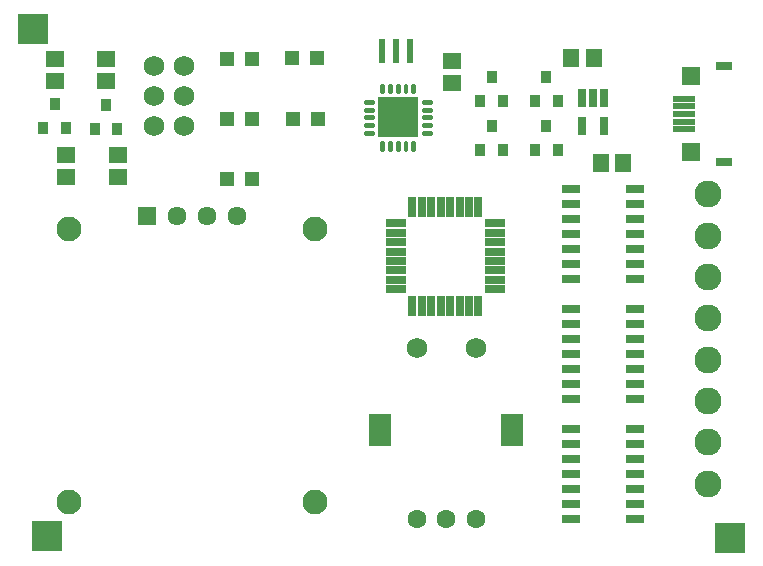
<source format=gbr>
G04 EAGLE Gerber X2 export*
%TF.Part,Single*%
%TF.FileFunction,Soldermask,Top,1*%
%TF.FilePolarity,Positive*%
%TF.GenerationSoftware,Autodesk,EAGLE,9.6.2*%
%TF.CreationDate,2020-11-13T17:21:46Z*%
G75*
%MOMM*%
%FSLAX34Y34*%
%LPD*%
%INSoldermask Top*%
%AMOC8*
5,1,8,0,0,1.08239X$1,22.5*%
G01*
%ADD10R,1.601600X1.401600*%
%ADD11R,1.401600X1.601600*%
%ADD12R,1.626600X0.751600*%
%ADD13C,1.727200*%
%ADD14C,2.286000*%
%ADD15R,1.301600X1.301600*%
%ADD16R,0.889000X0.990600*%
%ADD17R,1.609600X1.609600*%
%ADD18C,1.609600*%
%ADD19C,2.101600*%
%ADD20R,0.681600X1.491600*%
%ADD21C,0.261391*%
%ADD22R,3.351600X3.351600*%
%ADD23R,0.651600X1.701600*%
%ADD24R,1.701600X0.651600*%
%ADD25C,1.739900*%
%ADD26C,1.600200*%
%ADD27R,1.905000X2.692400*%
%ADD28R,0.501600X2.001600*%
%ADD29R,1.601597X1.501647*%
%ADD30R,1.901597X0.501600*%
%ADD31R,1.371600X0.736600*%
%ADD32R,2.540000X2.540000*%


D10*
X380400Y395800D03*
X380400Y414800D03*
D11*
X506700Y327900D03*
X525700Y327900D03*
X481700Y417000D03*
X500700Y417000D03*
D12*
X481680Y103100D03*
X481680Y90400D03*
X481680Y77700D03*
X481680Y65000D03*
X481680Y52300D03*
X481680Y39600D03*
X481680Y26900D03*
X535920Y26900D03*
X535920Y39600D03*
X535920Y52300D03*
X535920Y65000D03*
X535920Y77700D03*
X535920Y90400D03*
X535920Y103100D03*
X481680Y204700D03*
X481680Y192000D03*
X481680Y179300D03*
X481680Y166600D03*
X481680Y153900D03*
X481680Y141200D03*
X481680Y128500D03*
X535920Y128500D03*
X535920Y141200D03*
X535920Y153900D03*
X535920Y166600D03*
X535920Y179300D03*
X535920Y192000D03*
X535920Y204700D03*
X535920Y230100D03*
X535920Y242800D03*
X535920Y255500D03*
X535920Y268200D03*
X535920Y280900D03*
X535920Y293600D03*
X535920Y306300D03*
X481680Y306300D03*
X481680Y293600D03*
X481680Y280900D03*
X481680Y268200D03*
X481680Y255500D03*
X481680Y242800D03*
X481680Y230100D03*
D13*
X153800Y384600D03*
X128400Y384600D03*
X128400Y359200D03*
X153800Y359200D03*
X153800Y410000D03*
X128400Y410000D03*
D14*
X597700Y161800D03*
X597700Y196800D03*
X597700Y231800D03*
X597700Y266800D03*
X597700Y301800D03*
X597700Y126800D03*
X597700Y91800D03*
X597700Y56800D03*
D15*
X245400Y417000D03*
X266400Y417000D03*
X211200Y314800D03*
X190200Y314800D03*
X211200Y365600D03*
X190200Y365600D03*
X211200Y416400D03*
X190200Y416400D03*
X246400Y365500D03*
X267400Y365500D03*
D10*
X87600Y397300D03*
X87600Y416300D03*
X97500Y335100D03*
X97500Y316100D03*
X44400Y397400D03*
X44400Y416400D03*
X54300Y335000D03*
X54300Y316000D03*
D16*
X404694Y339040D03*
X423998Y339040D03*
X414346Y359360D03*
X450894Y380740D03*
X470198Y380740D03*
X460546Y401060D03*
X450894Y339040D03*
X470198Y339040D03*
X460546Y359360D03*
X404694Y380740D03*
X423998Y380740D03*
X414346Y401060D03*
X78094Y356640D03*
X97398Y356640D03*
X87746Y376960D03*
X34594Y358240D03*
X53898Y358240D03*
X44246Y378560D03*
D17*
X122700Y283600D03*
D18*
X148100Y283600D03*
X173500Y283600D03*
X198900Y283600D03*
D19*
X56660Y272170D03*
X264940Y272170D03*
X264940Y41030D03*
X56660Y41030D03*
D20*
X509400Y382950D03*
X499900Y382950D03*
X490400Y382950D03*
X490400Y359650D03*
X509400Y359650D03*
D21*
X322601Y345651D02*
X322601Y339149D01*
X320999Y339149D01*
X320999Y345651D01*
X322601Y345651D01*
X322601Y341632D02*
X320999Y341632D01*
X320999Y344115D02*
X322601Y344115D01*
X329101Y345651D02*
X329101Y339149D01*
X327499Y339149D01*
X327499Y345651D01*
X329101Y345651D01*
X329101Y341632D02*
X327499Y341632D01*
X327499Y344115D02*
X329101Y344115D01*
X335601Y345651D02*
X335601Y339149D01*
X333999Y339149D01*
X333999Y345651D01*
X335601Y345651D01*
X335601Y341632D02*
X333999Y341632D01*
X333999Y344115D02*
X335601Y344115D01*
X342101Y345651D02*
X342101Y339149D01*
X340499Y339149D01*
X340499Y345651D01*
X342101Y345651D01*
X342101Y341632D02*
X340499Y341632D01*
X340499Y344115D02*
X342101Y344115D01*
X348601Y345651D02*
X348601Y339149D01*
X346999Y339149D01*
X346999Y345651D01*
X348601Y345651D01*
X348601Y341632D02*
X346999Y341632D01*
X346999Y344115D02*
X348601Y344115D01*
X348601Y388149D02*
X348601Y394651D01*
X348601Y388149D02*
X346999Y388149D01*
X346999Y394651D01*
X348601Y394651D01*
X348601Y390632D02*
X346999Y390632D01*
X346999Y393115D02*
X348601Y393115D01*
X342101Y394651D02*
X342101Y388149D01*
X340499Y388149D01*
X340499Y394651D01*
X342101Y394651D01*
X342101Y390632D02*
X340499Y390632D01*
X340499Y393115D02*
X342101Y393115D01*
X335601Y394651D02*
X335601Y388149D01*
X333999Y388149D01*
X333999Y394651D01*
X335601Y394651D01*
X335601Y390632D02*
X333999Y390632D01*
X333999Y393115D02*
X335601Y393115D01*
X329101Y394651D02*
X329101Y388149D01*
X327499Y388149D01*
X327499Y394651D01*
X329101Y394651D01*
X329101Y390632D02*
X327499Y390632D01*
X327499Y393115D02*
X329101Y393115D01*
X322601Y394651D02*
X322601Y388149D01*
X320999Y388149D01*
X320999Y394651D01*
X322601Y394651D01*
X322601Y390632D02*
X320999Y390632D01*
X320999Y393115D02*
X322601Y393115D01*
X313551Y379099D02*
X307049Y379099D01*
X307049Y380701D01*
X313551Y380701D01*
X313551Y379099D01*
X313551Y372599D02*
X307049Y372599D01*
X307049Y374201D01*
X313551Y374201D01*
X313551Y372599D01*
X313551Y366099D02*
X307049Y366099D01*
X307049Y367701D01*
X313551Y367701D01*
X313551Y366099D01*
X313551Y359599D02*
X307049Y359599D01*
X307049Y361201D01*
X313551Y361201D01*
X313551Y359599D01*
X313551Y353099D02*
X307049Y353099D01*
X307049Y354701D01*
X313551Y354701D01*
X313551Y353099D01*
X356049Y353099D02*
X362551Y353099D01*
X356049Y353099D02*
X356049Y354701D01*
X362551Y354701D01*
X362551Y353099D01*
X362551Y359599D02*
X356049Y359599D01*
X356049Y361201D01*
X362551Y361201D01*
X362551Y359599D01*
X362551Y366099D02*
X356049Y366099D01*
X356049Y367701D01*
X362551Y367701D01*
X362551Y366099D01*
X362551Y372599D02*
X356049Y372599D01*
X356049Y374201D01*
X362551Y374201D01*
X362551Y372599D01*
X362551Y379099D02*
X356049Y379099D01*
X356049Y380701D01*
X362551Y380701D01*
X362551Y379099D01*
D22*
X334800Y366900D03*
D23*
X403100Y291000D03*
X395100Y291000D03*
X387100Y291000D03*
X379100Y291000D03*
X371100Y291000D03*
X363100Y291000D03*
X355100Y291000D03*
X347100Y291000D03*
D24*
X333300Y277200D03*
X333300Y269200D03*
X333300Y261200D03*
X333300Y253200D03*
X333300Y245200D03*
X333300Y237200D03*
X333300Y229200D03*
X333300Y221200D03*
D23*
X347100Y207400D03*
X355100Y207400D03*
X363100Y207400D03*
X371100Y207400D03*
X379100Y207400D03*
X387100Y207400D03*
X395100Y207400D03*
X403100Y207400D03*
D24*
X416900Y221200D03*
X416900Y229200D03*
X416900Y237200D03*
X416900Y245200D03*
X416900Y253200D03*
X416900Y261200D03*
X416900Y269200D03*
X416900Y277200D03*
D25*
X350908Y171820D03*
X400692Y171820D03*
D26*
X350908Y27040D03*
X375800Y27040D03*
X400692Y27040D03*
D27*
X319793Y101843D03*
X431807Y101843D03*
D28*
X321250Y422800D03*
X333250Y422800D03*
X345250Y422800D03*
D29*
X583346Y337241D03*
D30*
X577545Y356776D03*
D31*
X610755Y410489D03*
X610755Y328991D03*
D30*
X577545Y363278D03*
X577545Y369781D03*
X577545Y376283D03*
X577545Y382785D03*
D29*
X583346Y402239D03*
D32*
X37801Y12600D03*
X26101Y441900D03*
X616201Y11100D03*
M02*

</source>
